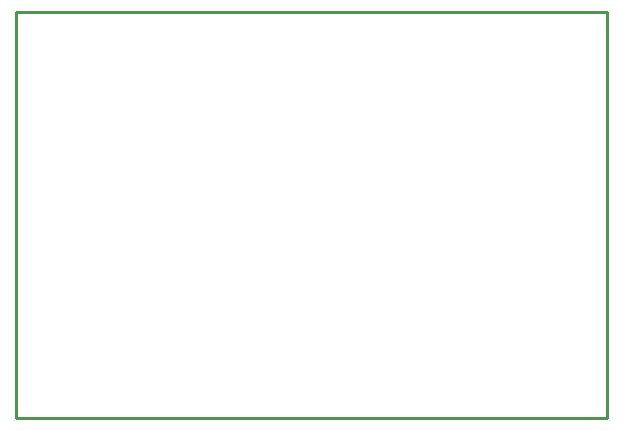
<source format=gbr>
G04 EAGLE Gerber RS-274X export*
G75*
%MOMM*%
%FSLAX34Y34*%
%LPD*%
%IN*%
%IPPOS*%
%AMOC8*
5,1,8,0,0,1.08239X$1,22.5*%
G01*
%ADD10C,0.254000*%


D10*
X0Y5000D02*
X500000Y5000D01*
X500000Y349300D01*
X0Y349300D01*
X0Y5000D01*
M02*

</source>
